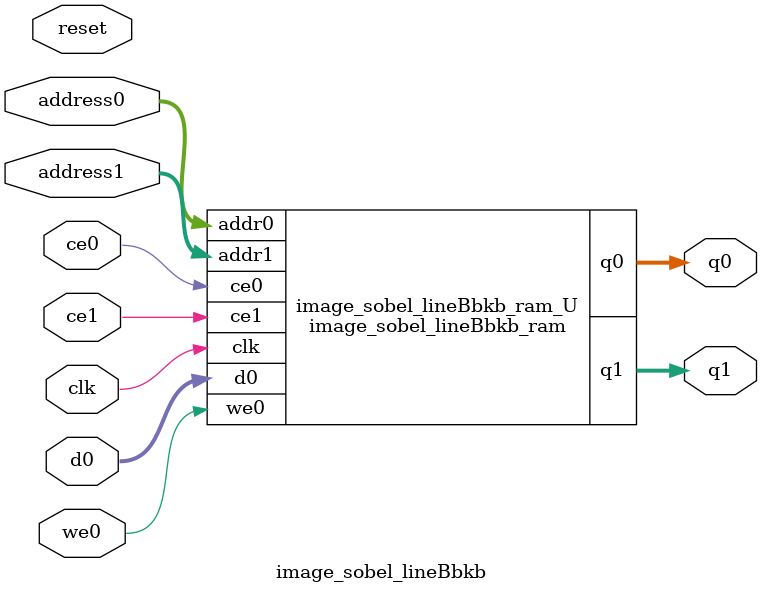
<source format=v>
`timescale 1 ns / 1 ps
module image_sobel_lineBbkb_ram (addr0, ce0, d0, we0, q0, addr1, ce1, q1,  clk);

parameter DWIDTH = 8;
parameter AWIDTH = 10;
parameter MEM_SIZE = 1024;

input[AWIDTH-1:0] addr0;
input ce0;
input[DWIDTH-1:0] d0;
input we0;
output reg[DWIDTH-1:0] q0;
input[AWIDTH-1:0] addr1;
input ce1;
output reg[DWIDTH-1:0] q1;
input clk;

(* ram_style = "block" *)reg [DWIDTH-1:0] ram[0:MEM_SIZE-1];




always @(posedge clk)  
begin 
    if (ce0) 
    begin
        if (we0) 
        begin 
            ram[addr0] <= d0; 
        end 
        q0 <= ram[addr0];
    end
end


always @(posedge clk)  
begin 
    if (ce1) 
    begin
        q1 <= ram[addr1];
    end
end


endmodule

`timescale 1 ns / 1 ps
module image_sobel_lineBbkb(
    reset,
    clk,
    address0,
    ce0,
    we0,
    d0,
    q0,
    address1,
    ce1,
    q1);

parameter DataWidth = 32'd8;
parameter AddressRange = 32'd1024;
parameter AddressWidth = 32'd10;
input reset;
input clk;
input[AddressWidth - 1:0] address0;
input ce0;
input we0;
input[DataWidth - 1:0] d0;
output[DataWidth - 1:0] q0;
input[AddressWidth - 1:0] address1;
input ce1;
output[DataWidth - 1:0] q1;



image_sobel_lineBbkb_ram image_sobel_lineBbkb_ram_U(
    .clk( clk ),
    .addr0( address0 ),
    .ce0( ce0 ),
    .we0( we0 ),
    .d0( d0 ),
    .q0( q0 ),
    .addr1( address1 ),
    .ce1( ce1 ),
    .q1( q1 ));

endmodule


</source>
